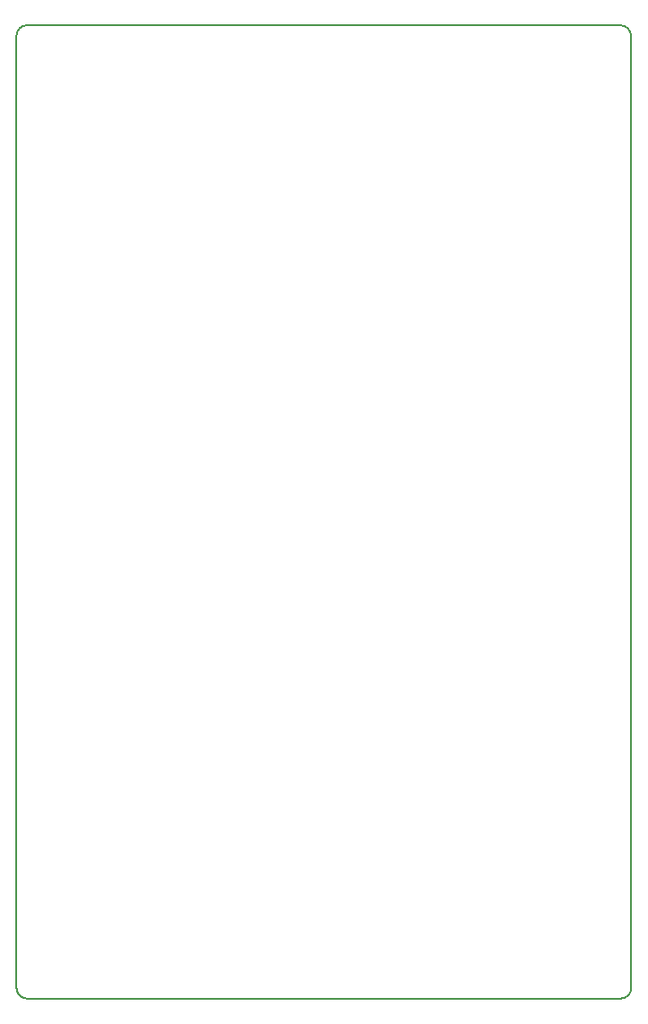
<source format=gbr>
%TF.GenerationSoftware,KiCad,Pcbnew,9.0.0*%
%TF.CreationDate,2025-04-07T11:56:22-06:00*%
%TF.ProjectId,Senior Capstone,53656e69-6f72-4204-9361-7073746f6e65,4*%
%TF.SameCoordinates,Original*%
%TF.FileFunction,Profile,NP*%
%FSLAX46Y46*%
G04 Gerber Fmt 4.6, Leading zero omitted, Abs format (unit mm)*
G04 Created by KiCad (PCBNEW 9.0.0) date 2025-04-07 11:56:22*
%MOMM*%
%LPD*%
G01*
G04 APERTURE LIST*
%TA.AperFunction,Profile*%
%ADD10C,0.200000*%
%TD*%
G04 APERTURE END LIST*
D10*
X175613300Y-134400050D02*
X119613300Y-134400050D01*
X119613300Y-134400050D02*
G75*
G02*
X118613350Y-133400050I0J999950D01*
G01*
X119613300Y-42650050D02*
X175613300Y-42673449D01*
X176586699Y-43648450D02*
X176613300Y-133400050D01*
X176613300Y-133400050D02*
G75*
G02*
X175613300Y-134400100I-1000000J-50D01*
G01*
X118621091Y-43631241D02*
G75*
G02*
X119594491Y-42657791I973409J41D01*
G01*
X118613300Y-133400050D02*
X118613300Y-43650050D01*
X175613300Y-42675050D02*
G75*
G02*
X176586650Y-43648450I0J-973350D01*
G01*
M02*

</source>
